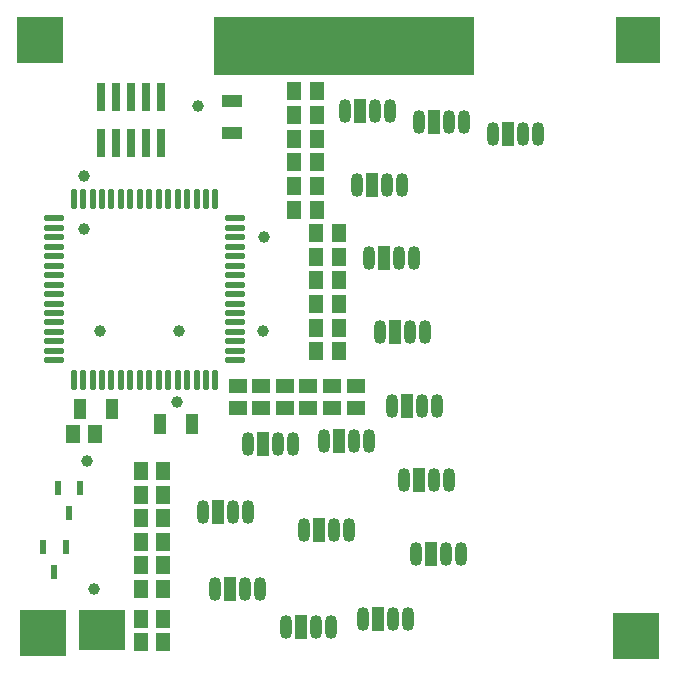
<source format=gbs>
%FSLAX25Y25*%
%MOIN*%
G70*
G01*
G75*
G04 Layer_Color=16711935*
%ADD10C,0.03150*%
%ADD11C,0.01575*%
%ADD12O,0.04213X0.07874*%
%ADD13R,0.04213X0.07874*%
%ADD14C,0.03937*%
%ADD15R,0.05118X0.05906*%
%ADD16R,0.15748X0.13780*%
%ADD17R,0.15748X0.15748*%
%ADD18R,0.14961X0.15748*%
G04:AMPARAMS|DCode=19|XSize=94.49mil|YSize=29.92mil|CornerRadius=7.48mil|HoleSize=0mil|Usage=FLASHONLY|Rotation=90.000|XOffset=0mil|YOffset=0mil|HoleType=Round|Shape=RoundedRectangle|*
%AMROUNDEDRECTD19*
21,1,0.09449,0.01496,0,0,90.0*
21,1,0.07953,0.02992,0,0,90.0*
1,1,0.01496,0.00748,0.03976*
1,1,0.01496,0.00748,-0.03976*
1,1,0.01496,-0.00748,-0.03976*
1,1,0.01496,-0.00748,0.03976*
%
%ADD19ROUNDEDRECTD19*%
%ADD20R,0.02992X0.09449*%
%ADD21R,0.04331X0.06693*%
%ADD22R,0.06693X0.04331*%
%ADD23R,0.02362X0.05118*%
%ADD24O,0.06890X0.02165*%
%ADD25O,0.02165X0.06890*%
%ADD26R,0.05906X0.05118*%
%ADD27C,0.01969*%
%ADD28C,0.01181*%
%ADD29R,0.86614X0.19685*%
D12*
X96831Y44291D02*
D03*
X106831D02*
D03*
X111831D02*
D03*
X118720Y73819D02*
D03*
X113721D02*
D03*
X103720D02*
D03*
X78130Y72835D02*
D03*
X88130D02*
D03*
X93130D02*
D03*
X78366Y50197D02*
D03*
X73366D02*
D03*
X63366D02*
D03*
X67303Y24606D02*
D03*
X77303D02*
D03*
X82303D02*
D03*
X131516Y14764D02*
D03*
X126516D02*
D03*
X116516D02*
D03*
X134232Y36417D02*
D03*
X144232D02*
D03*
X149232D02*
D03*
X145295Y61024D02*
D03*
X140295D02*
D03*
X130295D02*
D03*
X126358Y85630D02*
D03*
X136358D02*
D03*
X141358D02*
D03*
X137421Y110236D02*
D03*
X132421D02*
D03*
X122421D02*
D03*
X118484Y134843D02*
D03*
X128484D02*
D03*
X133484D02*
D03*
X129547Y159449D02*
D03*
X124547D02*
D03*
X114547D02*
D03*
X110610Y184055D02*
D03*
X120610D02*
D03*
X125610D02*
D03*
X150217Y180118D02*
D03*
X145217D02*
D03*
X135217D02*
D03*
X159823Y176181D02*
D03*
X169823D02*
D03*
X174823D02*
D03*
X105925Y11811D02*
D03*
X100925D02*
D03*
X90925D02*
D03*
D13*
X101831Y44291D02*
D03*
X108721Y73819D02*
D03*
X83130Y72835D02*
D03*
X68366Y50197D02*
D03*
X72303Y24606D02*
D03*
X121516Y14764D02*
D03*
X139232Y36417D02*
D03*
X135295Y61024D02*
D03*
X131358Y85630D02*
D03*
X127421Y110236D02*
D03*
X123484Y134843D02*
D03*
X119547Y159449D02*
D03*
X115610Y184055D02*
D03*
X140217Y180118D02*
D03*
X164823Y176181D02*
D03*
X95925Y11811D02*
D03*
D14*
X27067Y24606D02*
D03*
X24606Y67421D02*
D03*
X23622Y162402D02*
D03*
X29035Y110728D02*
D03*
X55118D02*
D03*
X23622Y144685D02*
D03*
X83169Y110728D02*
D03*
X83760Y141831D02*
D03*
X54626Y87106D02*
D03*
X61516Y185531D02*
D03*
D15*
X50000Y14764D02*
D03*
X42520D02*
D03*
X101181Y190453D02*
D03*
X93701D02*
D03*
X50000Y6890D02*
D03*
X42520D02*
D03*
X93701Y151083D02*
D03*
X101181D02*
D03*
X93701Y158957D02*
D03*
X101181D02*
D03*
X93701Y166831D02*
D03*
X101181D02*
D03*
X93701Y182579D02*
D03*
X101181D02*
D03*
X93701Y174705D02*
D03*
X101181D02*
D03*
X101083Y143209D02*
D03*
X108563D02*
D03*
X101083Y135335D02*
D03*
X108563D02*
D03*
X101083Y127461D02*
D03*
X108563D02*
D03*
X101083Y119587D02*
D03*
X108563D02*
D03*
X101083Y111713D02*
D03*
X108563D02*
D03*
X101083Y103839D02*
D03*
X108563D02*
D03*
X42520Y63976D02*
D03*
X50000D02*
D03*
Y56102D02*
D03*
X42520D02*
D03*
X42520Y48228D02*
D03*
X50000D02*
D03*
Y40354D02*
D03*
X42520D02*
D03*
X50000Y32480D02*
D03*
X42520D02*
D03*
X50000Y24606D02*
D03*
X42520D02*
D03*
X27362Y76280D02*
D03*
X19882D02*
D03*
D16*
X29528Y10827D02*
D03*
D17*
X9843Y9843D02*
D03*
X207677Y8858D02*
D03*
X8858Y207677D02*
D03*
D18*
X208169D02*
D03*
D19*
X29213Y188583D02*
D03*
X34213D02*
D03*
X39213D02*
D03*
X44213D02*
D03*
X49213D02*
D03*
X29213Y173228D02*
D03*
X34213D02*
D03*
X39213D02*
D03*
X44213D02*
D03*
D20*
X49213D02*
D03*
D21*
X59449Y79725D02*
D03*
X48819D02*
D03*
X32874Y84646D02*
D03*
X22244D02*
D03*
D22*
X72835Y187402D02*
D03*
Y176772D02*
D03*
D23*
X10039Y38583D02*
D03*
X17520D02*
D03*
X13780Y30315D02*
D03*
X14961Y58268D02*
D03*
X22441D02*
D03*
X18701Y50000D02*
D03*
D24*
X13681Y100886D02*
D03*
Y104035D02*
D03*
Y107185D02*
D03*
Y110335D02*
D03*
Y113484D02*
D03*
Y116634D02*
D03*
Y119783D02*
D03*
Y122933D02*
D03*
Y126083D02*
D03*
Y129232D02*
D03*
Y132382D02*
D03*
Y135531D02*
D03*
Y138681D02*
D03*
Y141831D02*
D03*
Y144980D02*
D03*
Y148130D02*
D03*
X73917D02*
D03*
Y144980D02*
D03*
Y141831D02*
D03*
Y138681D02*
D03*
Y135531D02*
D03*
Y132382D02*
D03*
Y129232D02*
D03*
Y126083D02*
D03*
Y122933D02*
D03*
Y119783D02*
D03*
Y116634D02*
D03*
Y113484D02*
D03*
Y110335D02*
D03*
Y107185D02*
D03*
Y104035D02*
D03*
Y100886D02*
D03*
D25*
X20177Y154626D02*
D03*
X23327D02*
D03*
X26476D02*
D03*
X29626D02*
D03*
X32776D02*
D03*
X35925D02*
D03*
X39075D02*
D03*
X42224D02*
D03*
X45374D02*
D03*
X48524D02*
D03*
X51673D02*
D03*
X54823D02*
D03*
X57973D02*
D03*
X61122D02*
D03*
X64272D02*
D03*
X67421D02*
D03*
Y94390D02*
D03*
X64272D02*
D03*
X61122D02*
D03*
X57973D02*
D03*
X54823D02*
D03*
X51673D02*
D03*
X48524D02*
D03*
X45374D02*
D03*
X42224D02*
D03*
X39075D02*
D03*
X35925D02*
D03*
X32776D02*
D03*
X29626D02*
D03*
X26476D02*
D03*
X23327D02*
D03*
X20177D02*
D03*
D26*
X98425Y84843D02*
D03*
Y92323D02*
D03*
X106299Y84843D02*
D03*
Y92323D02*
D03*
X114173Y84843D02*
D03*
Y92323D02*
D03*
X74803Y84843D02*
D03*
Y92323D02*
D03*
X82677Y84843D02*
D03*
Y92323D02*
D03*
X90551Y84843D02*
D03*
Y92323D02*
D03*
D29*
X110236Y205709D02*
D03*
M02*

</source>
